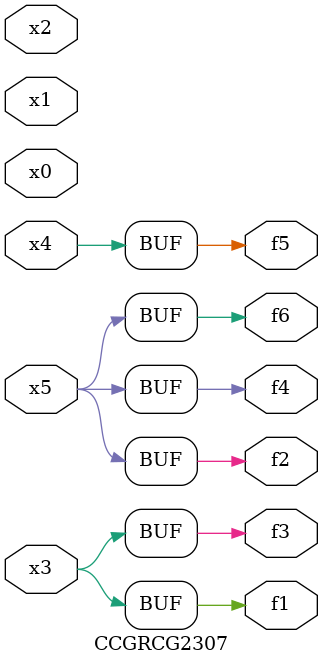
<source format=v>
module CCGRCG2307(
	input x0, x1, x2, x3, x4, x5,
	output f1, f2, f3, f4, f5, f6
);
	assign f1 = x3;
	assign f2 = x5;
	assign f3 = x3;
	assign f4 = x5;
	assign f5 = x4;
	assign f6 = x5;
endmodule

</source>
